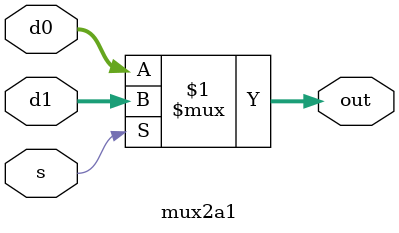
<source format=sv>
module mux2a1 #(parameter WIDTH = 4)
				 (input logic [WIDTH-1:0] d0, d1,
				  input logic s,
				  output logic [WIDTH-1:0] out);
	assign out = s ? d1 : d0;
endmodule
</source>
